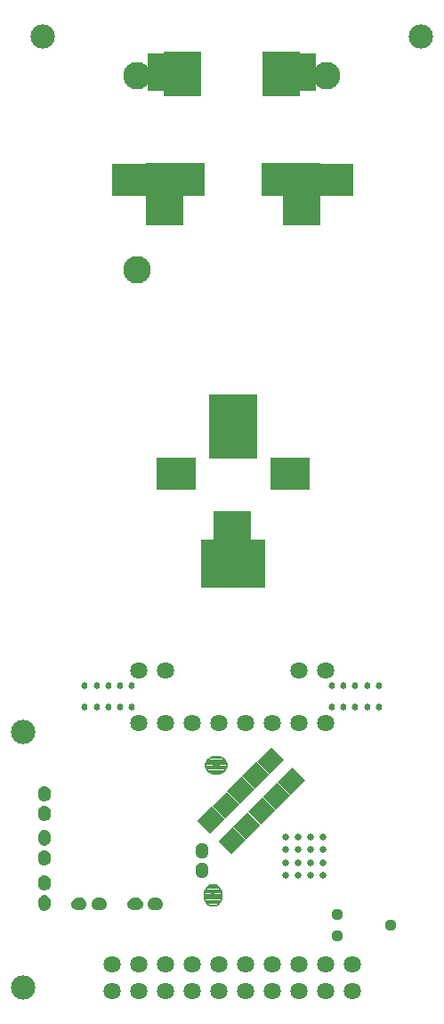
<source format=gbs>
G75*
%MOIN*%
%OFA0B0*%
%FSLAX25Y25*%
%IPPOS*%
%LPD*%
%AMOC8*
5,1,8,0,0,1.08239X$1,22.5*
%
%ADD10C,0.09161*%
%ADD11C,0.02469*%
%ADD12C,0.02681*%
%ADD13C,0.00500*%
%ADD14C,0.04402*%
%ADD15R,0.01300X0.01300*%
%ADD16C,0.00800*%
%ADD17C,0.06406*%
%ADD18C,0.10343*%
%ADD19R,0.14280X0.14280*%
%ADD20R,0.15067X0.12311*%
%ADD21R,0.14280X0.16642*%
%ADD22R,0.14280X0.23335*%
%ADD23R,0.24122X0.18217*%
%ADD24R,0.18217X0.11917*%
%ADD25R,0.18217X0.12311*%
%ADD26R,0.06799X0.07587*%
D10*
X0025784Y0009768D03*
X0025784Y0105437D03*
X0033264Y0365673D03*
X0174997Y0365673D03*
D11*
X0159249Y0122563D03*
X0154820Y0122563D03*
X0150390Y0122563D03*
X0145961Y0122563D03*
X0141532Y0122563D03*
X0141532Y0114689D03*
X0145961Y0114689D03*
X0150390Y0114689D03*
X0154820Y0114689D03*
X0159249Y0114689D03*
X0066729Y0114689D03*
X0062300Y0114689D03*
X0057871Y0114689D03*
X0053442Y0114689D03*
X0049012Y0114689D03*
X0049012Y0122563D03*
X0053442Y0122563D03*
X0057871Y0122563D03*
X0062300Y0122563D03*
X0066729Y0122563D03*
D12*
X0124209Y0065870D03*
X0124209Y0061146D03*
X0124209Y0056421D03*
X0124209Y0051697D03*
X0128934Y0051697D03*
X0128934Y0056421D03*
X0128934Y0061146D03*
X0128934Y0065870D03*
X0133658Y0065870D03*
X0133658Y0061146D03*
X0133658Y0056421D03*
X0133658Y0051697D03*
X0138383Y0051697D03*
X0138383Y0056421D03*
X0138383Y0061146D03*
X0138383Y0065870D03*
D13*
X0094879Y0061736D02*
X0094879Y0059768D01*
X0094485Y0058980D01*
X0094091Y0058587D01*
X0093304Y0058193D01*
X0092516Y0058193D01*
X0091729Y0058587D01*
X0091335Y0058980D01*
X0090942Y0059768D01*
X0090942Y0061736D01*
X0091335Y0062524D01*
X0091729Y0062917D01*
X0092516Y0063311D01*
X0093304Y0063311D01*
X0094091Y0062917D01*
X0094485Y0062524D01*
X0094879Y0061736D01*
X0094879Y0061667D02*
X0090942Y0061667D01*
X0090942Y0061168D02*
X0094879Y0061168D01*
X0094879Y0060670D02*
X0090942Y0060670D01*
X0090942Y0060171D02*
X0094879Y0060171D01*
X0094831Y0059673D02*
X0090989Y0059673D01*
X0091238Y0059174D02*
X0094582Y0059174D01*
X0094180Y0058676D02*
X0091640Y0058676D01*
X0092516Y0056028D02*
X0091729Y0055634D01*
X0091335Y0055240D01*
X0090942Y0054453D01*
X0090942Y0052484D01*
X0091335Y0051697D01*
X0091729Y0051303D01*
X0092516Y0050909D01*
X0093304Y0050909D01*
X0094091Y0051303D01*
X0094485Y0051697D01*
X0094879Y0052484D01*
X0094879Y0054453D01*
X0094485Y0055240D01*
X0094091Y0055634D01*
X0093304Y0056028D01*
X0092516Y0056028D01*
X0091830Y0055684D02*
X0093990Y0055684D01*
X0094512Y0055186D02*
X0091308Y0055186D01*
X0091059Y0054687D02*
X0094761Y0054687D01*
X0094879Y0054189D02*
X0090942Y0054189D01*
X0090942Y0053690D02*
X0094879Y0053690D01*
X0094879Y0053192D02*
X0090942Y0053192D01*
X0090942Y0052693D02*
X0094879Y0052693D01*
X0094734Y0052195D02*
X0091086Y0052195D01*
X0091336Y0051696D02*
X0094484Y0051696D01*
X0093881Y0051198D02*
X0091940Y0051198D01*
X0091156Y0062165D02*
X0094664Y0062165D01*
X0094345Y0062664D02*
X0091475Y0062664D01*
X0092219Y0063162D02*
X0093602Y0063162D01*
X0077162Y0042445D02*
X0077556Y0042051D01*
X0077949Y0041264D01*
X0077949Y0040476D01*
X0077556Y0039689D01*
X0077162Y0039295D01*
X0076375Y0038902D01*
X0074406Y0038902D01*
X0073619Y0039295D01*
X0073225Y0039689D01*
X0072831Y0040476D01*
X0072831Y0041264D01*
X0073225Y0042051D01*
X0073619Y0042445D01*
X0074406Y0042839D01*
X0076375Y0042839D01*
X0077162Y0042445D01*
X0077382Y0042225D02*
X0073399Y0042225D01*
X0073063Y0041726D02*
X0077718Y0041726D01*
X0077949Y0041228D02*
X0072831Y0041228D01*
X0072831Y0040729D02*
X0077949Y0040729D01*
X0077827Y0040231D02*
X0072954Y0040231D01*
X0073203Y0039732D02*
X0077577Y0039732D01*
X0077039Y0039234D02*
X0073742Y0039234D01*
X0074175Y0042723D02*
X0076605Y0042723D01*
X0070469Y0041264D02*
X0070469Y0040476D01*
X0070075Y0039689D01*
X0069682Y0039295D01*
X0068894Y0038902D01*
X0066926Y0038902D01*
X0066138Y0039295D01*
X0065745Y0039689D01*
X0065351Y0040476D01*
X0065351Y0041264D01*
X0065745Y0042051D01*
X0066138Y0042445D01*
X0066926Y0042839D01*
X0068894Y0042839D01*
X0069682Y0042445D01*
X0070075Y0042051D01*
X0070469Y0041264D01*
X0070469Y0041228D02*
X0065351Y0041228D01*
X0065351Y0040729D02*
X0070469Y0040729D01*
X0070346Y0040231D02*
X0065474Y0040231D01*
X0065723Y0039732D02*
X0070097Y0039732D01*
X0069558Y0039234D02*
X0066262Y0039234D01*
X0065582Y0041726D02*
X0070238Y0041726D01*
X0069902Y0042225D02*
X0065918Y0042225D01*
X0066695Y0042723D02*
X0069125Y0042723D01*
X0056886Y0041264D02*
X0056493Y0042051D01*
X0056099Y0042445D01*
X0055312Y0042839D01*
X0053343Y0042839D01*
X0052556Y0042445D01*
X0052162Y0042051D01*
X0051768Y0041264D01*
X0051768Y0040476D01*
X0052162Y0039689D01*
X0052556Y0039295D01*
X0053343Y0038902D01*
X0055312Y0038902D01*
X0056099Y0039295D01*
X0056493Y0039689D01*
X0056886Y0040476D01*
X0056886Y0041264D01*
X0056886Y0041228D02*
X0051768Y0041228D01*
X0051768Y0040729D02*
X0056886Y0040729D01*
X0056764Y0040231D02*
X0051891Y0040231D01*
X0052140Y0039732D02*
X0056514Y0039732D01*
X0055976Y0039234D02*
X0052679Y0039234D01*
X0052000Y0041726D02*
X0056655Y0041726D01*
X0056319Y0042225D02*
X0052336Y0042225D01*
X0053112Y0042723D02*
X0055542Y0042723D01*
X0049406Y0041264D02*
X0049406Y0040476D01*
X0049012Y0039689D01*
X0048619Y0039295D01*
X0047831Y0038902D01*
X0045863Y0038902D01*
X0045075Y0039295D01*
X0044682Y0039689D01*
X0044288Y0040476D01*
X0044288Y0041264D01*
X0044682Y0042051D01*
X0045075Y0042445D01*
X0045863Y0042839D01*
X0047831Y0042839D01*
X0048619Y0042445D01*
X0049012Y0042051D01*
X0049406Y0041264D01*
X0049406Y0041228D02*
X0044288Y0041228D01*
X0044288Y0040729D02*
X0049406Y0040729D01*
X0049283Y0040231D02*
X0044411Y0040231D01*
X0044660Y0039732D02*
X0049034Y0039732D01*
X0048495Y0039234D02*
X0045199Y0039234D01*
X0044519Y0041726D02*
X0049175Y0041726D01*
X0048839Y0042225D02*
X0044855Y0042225D01*
X0045632Y0042723D02*
X0048062Y0042723D01*
X0035823Y0042248D02*
X0035823Y0040280D01*
X0035430Y0039492D01*
X0035036Y0039098D01*
X0034249Y0038705D01*
X0033461Y0038705D01*
X0032674Y0039098D01*
X0032280Y0039492D01*
X0031886Y0040280D01*
X0031886Y0042248D01*
X0032280Y0043035D01*
X0032674Y0043429D01*
X0033461Y0043823D01*
X0034249Y0043823D01*
X0035036Y0043429D01*
X0035430Y0043035D01*
X0035823Y0042248D01*
X0035823Y0042225D02*
X0031886Y0042225D01*
X0031886Y0041726D02*
X0035823Y0041726D01*
X0035823Y0041228D02*
X0031886Y0041228D01*
X0031886Y0040729D02*
X0035823Y0040729D01*
X0035799Y0040231D02*
X0031911Y0040231D01*
X0032160Y0039732D02*
X0035550Y0039732D01*
X0035171Y0039234D02*
X0032539Y0039234D01*
X0033401Y0038735D02*
X0034309Y0038735D01*
X0035586Y0042723D02*
X0032124Y0042723D01*
X0032466Y0043222D02*
X0035244Y0043222D01*
X0034454Y0043720D02*
X0033256Y0043720D01*
X0033461Y0046185D02*
X0034249Y0046185D01*
X0035036Y0046579D01*
X0035430Y0046972D01*
X0035823Y0047760D01*
X0035823Y0049728D01*
X0035430Y0050516D01*
X0035036Y0050909D01*
X0034249Y0051303D01*
X0033461Y0051303D01*
X0032674Y0050909D01*
X0032280Y0050516D01*
X0031886Y0049728D01*
X0031886Y0047760D01*
X0032280Y0046972D01*
X0032674Y0046579D01*
X0033461Y0046185D01*
X0033406Y0046213D02*
X0034304Y0046213D01*
X0035169Y0046711D02*
X0032541Y0046711D01*
X0032162Y0047210D02*
X0035548Y0047210D01*
X0035798Y0047708D02*
X0031912Y0047708D01*
X0031886Y0048207D02*
X0035823Y0048207D01*
X0035823Y0048705D02*
X0031886Y0048705D01*
X0031886Y0049204D02*
X0035823Y0049204D01*
X0035823Y0049702D02*
X0031886Y0049702D01*
X0032123Y0050201D02*
X0035587Y0050201D01*
X0035246Y0050699D02*
X0032464Y0050699D01*
X0033251Y0051198D02*
X0034459Y0051198D01*
X0034249Y0055634D02*
X0035036Y0056028D01*
X0035430Y0056421D01*
X0035823Y0057209D01*
X0035823Y0059177D01*
X0035430Y0059965D01*
X0035036Y0060358D01*
X0034249Y0060752D01*
X0033461Y0060752D01*
X0032674Y0060358D01*
X0032280Y0059965D01*
X0031886Y0059177D01*
X0031886Y0057209D01*
X0032280Y0056421D01*
X0032674Y0056028D01*
X0033461Y0055634D01*
X0034249Y0055634D01*
X0034350Y0055684D02*
X0033360Y0055684D01*
X0032518Y0056183D02*
X0035192Y0056183D01*
X0035560Y0056682D02*
X0032150Y0056682D01*
X0031901Y0057180D02*
X0035809Y0057180D01*
X0035823Y0057679D02*
X0031886Y0057679D01*
X0031886Y0058177D02*
X0035823Y0058177D01*
X0035823Y0058676D02*
X0031886Y0058676D01*
X0031886Y0059174D02*
X0035823Y0059174D01*
X0035576Y0059673D02*
X0032134Y0059673D01*
X0032487Y0060171D02*
X0035223Y0060171D01*
X0034413Y0060670D02*
X0033297Y0060670D01*
X0033461Y0063114D02*
X0034249Y0063114D01*
X0035036Y0063508D01*
X0035430Y0063902D01*
X0035823Y0064689D01*
X0035823Y0066657D01*
X0035430Y0067445D01*
X0035036Y0067839D01*
X0034249Y0068232D01*
X0033461Y0068232D01*
X0032674Y0067839D01*
X0032280Y0067445D01*
X0031886Y0066657D01*
X0031886Y0064689D01*
X0032280Y0063902D01*
X0032674Y0063508D01*
X0033461Y0063114D01*
X0033365Y0063162D02*
X0034345Y0063162D01*
X0035189Y0063661D02*
X0032521Y0063661D01*
X0032151Y0064159D02*
X0035559Y0064159D01*
X0035808Y0064658D02*
X0031902Y0064658D01*
X0031886Y0065156D02*
X0035823Y0065156D01*
X0035823Y0065655D02*
X0031886Y0065655D01*
X0031886Y0066153D02*
X0035823Y0066153D01*
X0035823Y0066652D02*
X0031886Y0066652D01*
X0032133Y0067150D02*
X0035577Y0067150D01*
X0035226Y0067649D02*
X0032484Y0067649D01*
X0033291Y0068147D02*
X0034419Y0068147D01*
X0034249Y0072169D02*
X0035036Y0072563D01*
X0035430Y0072957D01*
X0035823Y0073744D01*
X0035823Y0075713D01*
X0035430Y0076500D01*
X0035036Y0076894D01*
X0034249Y0077287D01*
X0033461Y0077287D01*
X0032674Y0076894D01*
X0032280Y0076500D01*
X0031886Y0075713D01*
X0031886Y0073744D01*
X0032280Y0072957D01*
X0032674Y0072563D01*
X0033461Y0072169D01*
X0034249Y0072169D01*
X0035107Y0072634D02*
X0032603Y0072634D01*
X0032192Y0073132D02*
X0035518Y0073132D01*
X0035767Y0073631D02*
X0031943Y0073631D01*
X0031886Y0074129D02*
X0035823Y0074129D01*
X0035823Y0074628D02*
X0031886Y0074628D01*
X0031886Y0075126D02*
X0035823Y0075126D01*
X0035823Y0075625D02*
X0031886Y0075625D01*
X0032092Y0076123D02*
X0035618Y0076123D01*
X0035308Y0076622D02*
X0032402Y0076622D01*
X0033127Y0077120D02*
X0034583Y0077120D01*
X0034249Y0079650D02*
X0035036Y0080043D01*
X0035430Y0080437D01*
X0035823Y0081224D01*
X0035823Y0083193D01*
X0035430Y0083980D01*
X0035036Y0084374D01*
X0034249Y0084768D01*
X0033461Y0084768D01*
X0032674Y0084374D01*
X0032280Y0083980D01*
X0031886Y0083193D01*
X0031886Y0081224D01*
X0032280Y0080437D01*
X0032674Y0080043D01*
X0033461Y0079650D01*
X0034249Y0079650D01*
X0035104Y0080112D02*
X0032606Y0080112D01*
X0032194Y0080610D02*
X0035516Y0080610D01*
X0035766Y0081109D02*
X0031944Y0081109D01*
X0031886Y0081607D02*
X0035823Y0081607D01*
X0035823Y0082106D02*
X0031886Y0082106D01*
X0031886Y0082604D02*
X0035823Y0082604D01*
X0035823Y0083103D02*
X0031886Y0083103D01*
X0032091Y0083601D02*
X0035619Y0083601D01*
X0035310Y0084100D02*
X0032399Y0084100D01*
X0033122Y0084598D02*
X0034588Y0084598D01*
D14*
X0143737Y0036996D03*
X0143737Y0028996D03*
X0163737Y0032996D03*
D15*
X0099025Y0092839D03*
X0097425Y0092839D03*
X0097044Y0044918D03*
X0097044Y0043318D03*
D16*
X0094689Y0041259D02*
X0099399Y0041259D01*
X0099271Y0041104D02*
X0099663Y0041581D01*
X0099954Y0042125D01*
X0100133Y0042716D01*
X0100194Y0043331D01*
X0100194Y0044906D01*
X0100133Y0045520D01*
X0099954Y0046111D01*
X0099663Y0046655D01*
X0099271Y0047133D01*
X0098794Y0047524D01*
X0098249Y0047815D01*
X0097658Y0047995D01*
X0097044Y0048055D01*
X0096430Y0047995D01*
X0095839Y0047815D01*
X0095294Y0047524D01*
X0094817Y0047133D01*
X0094425Y0046655D01*
X0094134Y0046111D01*
X0093955Y0045520D01*
X0093894Y0044906D01*
X0093894Y0043331D01*
X0093955Y0042716D01*
X0094134Y0042125D01*
X0094425Y0041581D01*
X0094817Y0041104D01*
X0095294Y0040712D01*
X0095839Y0040421D01*
X0096430Y0040242D01*
X0097044Y0040181D01*
X0097658Y0040242D01*
X0098249Y0040421D01*
X0098794Y0040712D01*
X0099271Y0041104D01*
X0098323Y0040460D02*
X0095765Y0040460D01*
X0094170Y0042057D02*
X0099917Y0042057D01*
X0100147Y0042856D02*
X0093941Y0042856D01*
X0093894Y0043654D02*
X0100194Y0043654D01*
X0100194Y0044453D02*
X0093894Y0044453D01*
X0093928Y0045251D02*
X0100159Y0045251D01*
X0099972Y0046050D02*
X0094116Y0046050D01*
X0094584Y0046848D02*
X0099504Y0046848D01*
X0098564Y0047647D02*
X0095524Y0047647D01*
X0097438Y0089689D02*
X0099012Y0089689D01*
X0099627Y0089749D01*
X0100218Y0089929D01*
X0100762Y0090220D01*
X0101240Y0090611D01*
X0101631Y0091089D01*
X0101922Y0091633D01*
X0102102Y0092224D01*
X0102162Y0092839D01*
X0102102Y0093453D01*
X0101922Y0094044D01*
X0101631Y0094588D01*
X0101240Y0095066D01*
X0100762Y0095457D01*
X0100218Y0095748D01*
X0099627Y0095928D01*
X0099012Y0095988D01*
X0097438Y0095988D01*
X0096823Y0095928D01*
X0096232Y0095748D01*
X0095688Y0095457D01*
X0095211Y0095066D01*
X0094819Y0094588D01*
X0094528Y0094044D01*
X0094349Y0093453D01*
X0094288Y0092839D01*
X0094349Y0092224D01*
X0094528Y0091633D01*
X0094819Y0091089D01*
X0095211Y0090611D01*
X0095688Y0090220D01*
X0096232Y0089929D01*
X0096823Y0089749D01*
X0097438Y0089689D01*
X0096159Y0089968D02*
X0100291Y0089968D01*
X0101367Y0090767D02*
X0095083Y0090767D01*
X0094564Y0091565D02*
X0101886Y0091565D01*
X0102115Y0092364D02*
X0094335Y0092364D01*
X0094320Y0093162D02*
X0102130Y0093162D01*
X0101948Y0093961D02*
X0094503Y0093961D01*
X0094959Y0094759D02*
X0101491Y0094759D01*
X0100575Y0095558D02*
X0095876Y0095558D01*
D17*
X0099131Y0108783D03*
X0109131Y0108783D03*
X0119131Y0108783D03*
X0129131Y0108783D03*
X0139131Y0108783D03*
X0139131Y0128469D03*
X0129131Y0128469D03*
X0089131Y0108783D03*
X0079131Y0108783D03*
X0069131Y0108783D03*
X0069131Y0128469D03*
X0079131Y0128469D03*
X0079131Y0018311D03*
X0079131Y0008311D03*
X0089131Y0008311D03*
X0089131Y0018311D03*
X0099131Y0018311D03*
X0099131Y0008311D03*
X0109131Y0008311D03*
X0109131Y0018311D03*
X0119131Y0018311D03*
X0119131Y0008311D03*
X0129131Y0008311D03*
X0129131Y0018311D03*
X0139131Y0018311D03*
X0139131Y0008311D03*
X0149131Y0008311D03*
X0149131Y0018311D03*
X0069131Y0018311D03*
X0069131Y0008311D03*
X0059131Y0008311D03*
X0059131Y0018311D03*
D18*
X0068698Y0278272D03*
X0068698Y0351106D03*
X0139564Y0351106D03*
D19*
X0128737Y0352287D03*
X0128737Y0352287D03*
X0079524Y0352287D03*
X0079524Y0352287D03*
X0104131Y0222366D03*
X0104131Y0181028D03*
D20*
X0083264Y0201894D03*
X0125784Y0201894D03*
X0142320Y0312130D03*
X0066729Y0312130D03*
D21*
X0085627Y0351500D03*
X0122635Y0351500D03*
D22*
X0130115Y0306618D03*
X0078934Y0306618D03*
D23*
X0104524Y0168429D03*
D24*
X0084839Y0312130D03*
X0084839Y0312327D03*
X0124209Y0312327D03*
X0124209Y0312130D03*
D25*
X0104524Y0225713D03*
X0104524Y0213705D03*
D26*
G36*
X0118290Y0089602D02*
X0113483Y0094409D01*
X0118846Y0099772D01*
X0123653Y0094965D01*
X0118290Y0089602D01*
G37*
G36*
X0120517Y0076239D02*
X0115710Y0081046D01*
X0121073Y0086409D01*
X0125880Y0081602D01*
X0120517Y0076239D01*
G37*
G36*
X0114949Y0070671D02*
X0110142Y0075478D01*
X0115505Y0080841D01*
X0120312Y0076034D01*
X0114949Y0070671D01*
G37*
G36*
X0109381Y0065103D02*
X0104574Y0069910D01*
X0109937Y0075273D01*
X0114744Y0070466D01*
X0109381Y0065103D01*
G37*
G36*
X0103813Y0059536D02*
X0099006Y0064343D01*
X0104369Y0069706D01*
X0109176Y0064899D01*
X0103813Y0059536D01*
G37*
G36*
X0096018Y0067331D02*
X0091211Y0072138D01*
X0096574Y0077501D01*
X0101381Y0072694D01*
X0096018Y0067331D01*
G37*
G36*
X0101586Y0072898D02*
X0096779Y0077705D01*
X0102142Y0083068D01*
X0106949Y0078261D01*
X0101586Y0072898D01*
G37*
G36*
X0107154Y0078466D02*
X0102347Y0083273D01*
X0107710Y0088636D01*
X0112517Y0083829D01*
X0107154Y0078466D01*
G37*
G36*
X0112722Y0084034D02*
X0107915Y0088841D01*
X0113278Y0094204D01*
X0118085Y0089397D01*
X0112722Y0084034D01*
G37*
G36*
X0126084Y0081807D02*
X0121277Y0086614D01*
X0126640Y0091977D01*
X0131447Y0087170D01*
X0126084Y0081807D01*
G37*
M02*

</source>
